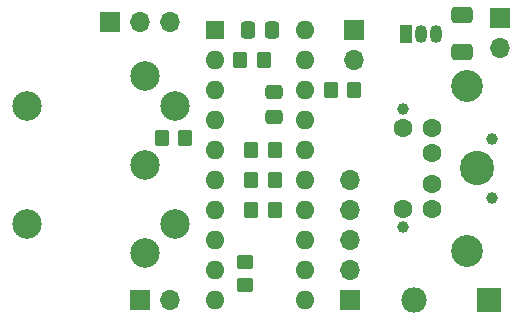
<source format=gbr>
%TF.GenerationSoftware,KiCad,Pcbnew,(6.0.0)*%
%TF.CreationDate,2022-10-20T13:44:37-04:00*%
%TF.ProjectId,TandyKey-A,54616e64-794b-4657-992d-412e6b696361,rev?*%
%TF.SameCoordinates,Original*%
%TF.FileFunction,Soldermask,Bot*%
%TF.FilePolarity,Negative*%
%FSLAX46Y46*%
G04 Gerber Fmt 4.6, Leading zero omitted, Abs format (unit mm)*
G04 Created by KiCad (PCBNEW (6.0.0)) date 2022-10-20 13:44:37*
%MOMM*%
%LPD*%
G01*
G04 APERTURE LIST*
G04 Aperture macros list*
%AMRoundRect*
0 Rectangle with rounded corners*
0 $1 Rounding radius*
0 $2 $3 $4 $5 $6 $7 $8 $9 X,Y pos of 4 corners*
0 Add a 4 corners polygon primitive as box body*
4,1,4,$2,$3,$4,$5,$6,$7,$8,$9,$2,$3,0*
0 Add four circle primitives for the rounded corners*
1,1,$1+$1,$2,$3*
1,1,$1+$1,$4,$5*
1,1,$1+$1,$6,$7*
1,1,$1+$1,$8,$9*
0 Add four rect primitives between the rounded corners*
20,1,$1+$1,$2,$3,$4,$5,0*
20,1,$1+$1,$4,$5,$6,$7,0*
20,1,$1+$1,$6,$7,$8,$9,0*
20,1,$1+$1,$8,$9,$2,$3,0*%
G04 Aperture macros list end*
%ADD10C,2.499360*%
%ADD11R,1.700000X1.700000*%
%ADD12O,1.700000X1.700000*%
%ADD13R,2.159000X2.159000*%
%ADD14O,2.159000X2.159000*%
%ADD15R,1.050000X1.500000*%
%ADD16O,1.050000X1.500000*%
%ADD17R,1.600000X1.600000*%
%ADD18O,1.600000X1.600000*%
%ADD19C,2.700000*%
%ADD20C,2.899999*%
%ADD21C,1.600000*%
%ADD22C,1.000000*%
%ADD23RoundRect,0.250000X-0.350000X-0.450000X0.350000X-0.450000X0.350000X0.450000X-0.350000X0.450000X0*%
%ADD24RoundRect,0.250000X-0.337500X-0.475000X0.337500X-0.475000X0.337500X0.475000X-0.337500X0.475000X0*%
%ADD25RoundRect,0.250000X0.475000X-0.337500X0.475000X0.337500X-0.475000X0.337500X-0.475000X-0.337500X0*%
%ADD26RoundRect,0.250000X0.650000X-0.412500X0.650000X0.412500X-0.650000X0.412500X-0.650000X-0.412500X0*%
%ADD27RoundRect,0.250000X0.350000X0.450000X-0.350000X0.450000X-0.350000X-0.450000X0.350000X-0.450000X0*%
%ADD28RoundRect,0.250000X-0.450000X0.350000X-0.450000X-0.350000X0.450000X-0.350000X0.450000X0.350000X0*%
G04 APERTURE END LIST*
D10*
%TO.C,J1*%
X106349800Y-101203760D03*
X106349800Y-91201240D03*
X116344700Y-103700580D03*
X116347240Y-96202500D03*
X116344700Y-88704420D03*
X118846600Y-101198680D03*
X118846600Y-91206320D03*
%TD*%
D11*
%TO.C,J5*%
X113362500Y-84137500D03*
D12*
X115902500Y-84137500D03*
X118442500Y-84137500D03*
%TD*%
D13*
%TO.C,SW1*%
X145465000Y-107632500D03*
D14*
X139065000Y-107632500D03*
%TD*%
D15*
%TO.C,U2*%
X138430000Y-85132500D03*
D16*
X139700000Y-85132500D03*
X140970000Y-85132500D03*
%TD*%
D17*
%TO.C,U1*%
X122247508Y-84777504D03*
D18*
X122247508Y-87317504D03*
X122247508Y-89857504D03*
X122247508Y-92397504D03*
X122247508Y-94937504D03*
X122247508Y-97477504D03*
X122247508Y-100017504D03*
X122247508Y-102557504D03*
X122247508Y-105097504D03*
X122247508Y-107637504D03*
X129867508Y-107637504D03*
X129867508Y-105097504D03*
X129867508Y-102557504D03*
X129867508Y-100017504D03*
X129867508Y-97477504D03*
X129867508Y-94937504D03*
X129867508Y-92397504D03*
X129867508Y-89857504D03*
X129867508Y-87317504D03*
X129867508Y-84777504D03*
%TD*%
D19*
%TO.C,J2*%
X143625000Y-103520001D03*
X143625000Y-89519999D03*
D20*
X144425000Y-96520000D03*
D21*
X140625000Y-95220000D03*
X140625000Y-97820000D03*
X140625000Y-93120000D03*
X140625000Y-99920000D03*
X138125000Y-93120000D03*
X138125000Y-99920000D03*
D22*
X145725000Y-94020000D03*
X145725000Y-99020000D03*
X138125000Y-91520000D03*
X138125000Y-101520000D03*
%TD*%
D11*
%TO.C,D1*%
X133985000Y-84772500D03*
D12*
X133985000Y-87312500D03*
%TD*%
D11*
%TO.C,J3*%
X133667500Y-107627500D03*
D12*
X133667500Y-105087500D03*
X133667500Y-102547500D03*
X133667500Y-100007500D03*
X133667500Y-97467500D03*
%TD*%
D11*
%TO.C,J4*%
X146367500Y-83820000D03*
D12*
X146367500Y-86360000D03*
%TD*%
D11*
%TO.C,D2*%
X115882500Y-107632500D03*
D12*
X118422500Y-107632500D03*
%TD*%
D23*
%TO.C,R1*%
X117745000Y-93980000D03*
X119745000Y-93980000D03*
%TD*%
D24*
%TO.C,C1*%
X125010000Y-84772500D03*
X127085000Y-84772500D03*
%TD*%
D25*
%TO.C,C4*%
X127270000Y-92160000D03*
X127270000Y-90085000D03*
%TD*%
D26*
%TO.C,C2*%
X143192500Y-86652500D03*
X143192500Y-83527500D03*
%TD*%
D27*
%TO.C,R7*%
X127317500Y-100012500D03*
X125317500Y-100012500D03*
%TD*%
D23*
%TO.C,R2*%
X124375008Y-87312500D03*
X126375008Y-87312500D03*
%TD*%
%TO.C,R4*%
X125317500Y-94932500D03*
X127317500Y-94932500D03*
%TD*%
%TO.C,R3*%
X132032500Y-89852500D03*
X134032500Y-89852500D03*
%TD*%
D27*
%TO.C,R6*%
X127317500Y-97472500D03*
X125317500Y-97472500D03*
%TD*%
D28*
%TO.C,R8*%
X124777500Y-104410000D03*
X124777500Y-106410000D03*
%TD*%
M02*

</source>
